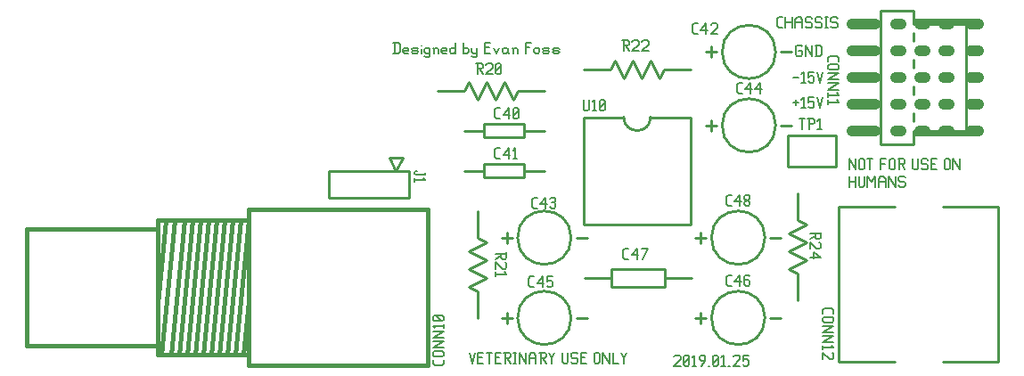
<source format=gbr>
G04 start of page 7 for group 1 layer_idx 6 *
G04 Title: (unknown), top_silk *
G04 Creator: pcb-rnd 2.1.0 *
G04 CreationDate: 2019-02-14 18:17:35 UTC *
G04 For:  *
G04 Format: Gerber/RS-274X *
G04 PCB-Dimensions: 500000 500000 *
G04 PCB-Coordinate-Origin: lower left *
%MOIN*%
%FSLAX25Y25*%
%LNTOPSILK*%
%ADD51C,0.0070*%
%ADD50C,0.0400*%
%ADD49C,0.0150*%
%ADD48C,0.0100*%
G54D48*X167500Y267500D02*X169166Y270833D01*
X172500Y264167D01*
X174166Y267500D01*
X175833Y270833D01*
X179166Y264167D01*
X180833Y267500D01*
X187500D02*X197500D01*
X180833D02*X182500Y270833D01*
X185833Y264167D01*
X187500Y267500D01*
X212222Y257572D02*X227222D01*
X212116Y275404D02*X222116D01*
X167500Y237500D02*X175000D01*
X190000D02*X197500D01*
X175000Y240000D02*Y235000D01*
Y240000D02*X190000D01*
Y235000D02*X175000D01*
X190000D02*Y240000D01*
X212222Y257572D02*Y217572D01*
X209500Y212500D02*X213500D01*
X181500D02*X185500D01*
X183500Y214500D02*Y210500D01*
X190000Y252500D02*X197500D01*
X190000Y250000D02*Y255000D01*
X167500Y252500D02*X175000D01*
Y255000D02*Y250000D01*
X172500Y222500D02*Y212500D01*
X175833Y210834D01*
X175000Y255000D02*X190000D01*
Y250000D02*X175000D01*
X181500Y182500D02*X185500D01*
G54D49*X3781Y172096D02*X52781D01*
G54D48*X183500Y184500D02*Y180500D01*
G54D49*X52781Y168646D02*Y219146D01*
X54281Y168646D02*X59281Y219146D01*
X57781Y168646D02*X62781Y219146D01*
X55781D02*X52781Y187846D01*
Y219146D02*X86781D01*
X60781Y168646D02*X65781Y219146D01*
X63781Y168646D02*X68781Y219146D01*
X66781Y168646D02*X71781Y219146D01*
X81781Y168646D02*X86781Y219146D01*
X84781Y168646D02*X86781Y188846D01*
X75781Y168646D02*X80781Y219146D01*
X78781Y168646D02*X83781Y219146D01*
X86781Y164846D02*Y222946D01*
X69781Y168646D02*X74781Y219146D01*
X72781Y168646D02*X77781Y219146D01*
X86781Y222946D02*X153781D01*
X52781Y168646D02*X86781D01*
G54D48*X147000Y237500D02*X117000D01*
X147000D02*Y227500D01*
X117000D02*Y237500D01*
Y227500D02*X147000D01*
X172500Y192500D02*Y182500D01*
G54D49*X86781Y164846D02*X153781D01*
Y222946D02*Y164846D01*
G54D48*X142000Y237500D02*X144500Y242500D01*
X142000Y237500D02*X139500Y242500D01*
X144500D02*X139500D01*
G54D49*X3781Y172096D02*Y215696D01*
X52781D01*
G54D48*X175833Y210834D02*X169167Y207500D01*
X172500Y205834D01*
X175833Y204167D01*
X169167Y200834D01*
X172500Y199167D01*
X175833Y197500D01*
X169167Y194167D01*
X172500Y192500D01*
X237222Y257572D02*X252222D01*
X242116Y275404D02*X252116D01*
X227116Y272071D02*X228782Y275404D01*
X233782Y272071D02*X235449Y275404D01*
X240449Y272071D02*X242116Y275404D01*
X288544Y250807D02*X306456D01*
Y239193D01*
X288544D01*
Y250807D01*
X286000Y254500D02*X290000D01*
X258000D02*X262000D01*
X260000Y256500D02*Y252500D01*
X252222Y217572D02*X212222D01*
X252222D02*Y257572D01*
X307650Y224000D02*X328500D01*
X292335Y219024D02*X295668Y217358D01*
X289002Y214024D01*
X292335Y212358D01*
X295668Y210691D01*
X289002Y207358D01*
X292335Y205691D01*
X295668Y204024D01*
X289002Y200691D01*
X282000Y182500D02*X286000D01*
X307650Y224000D02*Y166000D01*
X292335Y199024D02*Y189024D01*
X289002Y200691D02*X292335Y199024D01*
X307650Y166000D02*X328500D01*
X367350D02*Y224000D01*
X346500D01*
X367350Y166000D02*X346500D01*
X366516D03*
X292335Y229024D02*Y219024D01*
X212500Y197500D02*X222500D01*
Y200833D02*Y194167D01*
Y200833D02*X242500D01*
Y194167D02*X222500D01*
X242500D02*Y200833D01*
X254000Y182500D02*X258000D01*
X242500Y197500D02*X252500D01*
X209500Y182500D02*X213500D01*
X256000Y184500D02*Y180500D01*
Y214500D02*Y210500D01*
X282000Y212500D02*X286000D01*
X254000D02*X258000D01*
X222116Y275404D02*X223782Y278737D01*
X157500Y267500D02*X167500D01*
X223782Y278737D02*X227116Y272071D01*
X228782Y275404D02*X230449Y278737D01*
X258000Y282000D02*X262000D01*
X260000Y284000D02*Y280000D01*
X323100Y297500D02*X335600D01*
Y292500D01*
Y286000D02*Y289000D01*
G54D50*X331000Y292500D02*X328800D01*
G54D48*X335600D02*X355300D01*
G54D50*X349000Y282500D02*X346800D01*
X349000Y292500D02*X346800D01*
X340000Y282500D02*X337800D01*
X340000Y292500D02*X337800D01*
X331000Y282500D02*X328800D01*
G54D49*X357000Y293750D02*X335900D01*
G54D50*X321100Y292500D02*X312600D01*
G54D48*X286000Y282000D02*X290000D01*
G54D50*X321100Y282500D02*X312600D01*
X321100Y272500D02*X312600D01*
X321100Y262500D02*X312600D01*
X321100Y252500D02*X312600D01*
G54D48*X355300Y279000D02*Y292500D01*
X335600Y266000D02*Y269000D01*
Y276000D02*Y279000D01*
G54D50*X349000Y272500D02*X346800D01*
X340000D02*X337800D01*
G54D48*X355300Y252500D02*Y292500D01*
X335600Y247500D02*X323100D01*
X335600D02*Y252500D01*
Y256000D02*Y259000D01*
G54D50*X331000Y252500D02*X328800D01*
G54D48*X355300D02*X335600D01*
G54D50*X349000D02*X346800D01*
X340000D02*X337800D01*
G54D49*X357300Y251250D02*X335900D01*
G54D50*X349000Y262500D02*X346800D01*
X331000Y272500D02*X328800D01*
G54D48*X323100Y297500D02*Y247500D01*
G54D50*X331000Y262500D02*X328800D01*
X340000D02*X337800D01*
X356800Y282500D02*X360000D01*
X356800Y292500D02*X360000D01*
X356800Y272500D02*X360000D01*
X356800Y262500D02*X360000D01*
X356800Y252500D02*X360000D01*
G54D48*X230449Y278737D02*X233782Y272071D01*
X235449Y275404D02*X237116Y278737D01*
X240449Y272071D01*
X227222Y257572D02*G75*G03X237222Y257572I5000J0D01*G01*
X187500Y212500D02*G75*G03X207500Y212500I10000J0D01*G01*
G75*G03X187500Y212500I-10000J0D01*G01*
X264000Y254500D02*G75*G03X284000Y254500I10000J0D01*G01*
G75*G03X264000Y254500I-10000J0D01*G01*
Y282000D02*G75*G03X284000Y282000I10000J0D01*G01*
G75*G03X264000Y282000I-10000J0D01*G01*
X260000Y182500D02*G75*G03X280000Y182500I10000J0D01*G01*
G75*G03X260000Y182500I-10000J0D01*G01*
Y212500D02*G75*G03X280000Y212500I10000J0D01*G01*
G75*G03X260000Y212500I-10000J0D01*G01*
X187500Y182500D02*G75*G03X207500Y182500I10000J0D01*G01*
G75*G03X187500Y182500I-10000J0D01*G01*
G54D51*X293500Y284500D02*X294000Y284000D01*
X292000Y284500D02*X293500D01*
X291500Y284000D02*X292000Y284500D01*
X291500Y284000D02*Y281000D01*
X292000Y280500D01*
X293500D01*
X294000Y281000D01*
Y282000D02*Y281000D01*
X293500Y282500D02*X294000Y282000D01*
X292500Y282500D02*X293500D01*
X295200Y284500D02*Y280500D01*
Y284500D02*X297700Y280500D01*
Y284500D02*Y280500D01*
X299400Y284500D02*Y280500D01*
X300700Y284500D02*X301400Y283800D01*
Y281200D01*
X300700Y280500D02*X301400Y281200D01*
X298900Y280500D02*X300700D01*
X298900Y284500D02*X300700D01*
X290500Y263000D02*X292500D01*
X291500Y264000D02*Y262000D01*
X293700Y264200D02*X294500Y265000D01*
Y261000D01*
X293700D02*X295200D01*
X296400Y265000D02*X298400D01*
X296400D02*Y263000D01*
X296900Y263500D01*
X297900D01*
X298400Y263000D01*
Y261500D01*
X297900Y261000D02*X298400Y261500D01*
X296900Y261000D02*X297900D01*
X296400Y261500D02*X296900Y261000D01*
X299600Y265000D02*X300600Y261000D01*
X301600Y265000D01*
X290500Y272500D02*X292500D01*
X293700Y273700D02*X294500Y274500D01*
Y270500D01*
X293700D02*X295200D01*
X296400Y274500D02*X298400D01*
X296400D02*Y272500D01*
X296900Y273000D01*
X297900D01*
X298400Y272500D01*
Y271000D01*
X297900Y270500D02*X298400Y271000D01*
X296900Y270500D02*X297900D01*
X296400Y271000D02*X296900Y270500D01*
X299600Y274500D02*X300600Y270500D01*
X301600Y274500D01*
X303600Y279800D02*Y278500D01*
X304300Y280500D02*X303600Y279800D01*
X306900Y280500D02*X304300D01*
X306900D02*X307600Y279800D01*
Y278500D01*
X307100Y277300D02*X304100D01*
X307100D02*X307600Y276800D01*
Y275800D01*
X307100Y275300D01*
X304100D01*
X303600Y275800D02*X304100Y275300D01*
X303600Y276800D02*Y275800D01*
X304100Y277300D02*X303600Y276800D01*
X307600Y274100D02*X303600D01*
X307600D02*X303600Y271600D01*
X307600D02*X303600D01*
X307600Y270400D02*X303600D01*
X307600D02*X303600Y267900D01*
X307600D02*X303600D01*
X306800Y266700D02*X307600Y265900D01*
X303600D01*
Y266700D02*Y265200D01*
X306800Y264000D02*X307600Y263200D01*
X303600D01*
Y264000D02*Y262500D01*
X292756Y257012D02*X294756D01*
X293756D02*Y253012D01*
X296457Y257012D02*Y253012D01*
X295957Y257012D02*X297957D01*
X298457Y256512D01*
Y255512D01*
X297957Y255012D02*X298457Y255512D01*
X296457Y255012D02*X297957D01*
X299657Y256212D02*X300457Y257012D01*
Y253012D01*
X299657D02*X301157D01*
X270200Y266500D02*X271500D01*
X269500Y267200D02*X270200Y266500D01*
X269500Y269800D02*Y267200D01*
Y269800D02*X270200Y270500D01*
X271500D01*
X272700Y268000D02*X274700Y270500D01*
X272700Y268000D02*X275200D01*
X274700Y270500D02*Y266500D01*
X276400Y268000D02*X278400Y270500D01*
X276400Y268000D02*X278900D01*
X278400Y270500D02*Y266500D01*
X266200Y224500D02*X267500D01*
X265500Y225200D02*X266200Y224500D01*
X265500Y227800D02*Y225200D01*
Y227800D02*X266200Y228500D01*
X267500D01*
X268700Y226000D02*X270700Y228500D01*
X268700Y226000D02*X271200D01*
X270700Y228500D02*Y224500D01*
X272400Y225000D02*X272900Y224500D01*
X272400Y225800D02*Y225000D01*
Y225800D02*X273100Y226500D01*
X273700D01*
X274400Y225800D01*
Y225000D01*
X273900Y224500D02*X274400Y225000D01*
X272900Y224500D02*X273900D01*
X272400Y227200D02*X273100Y226500D01*
X272400Y228000D02*Y227200D01*
Y228000D02*X272900Y228500D01*
X273900D01*
X274400Y228000D01*
Y227200D01*
X273700Y226500D02*X274400Y227200D01*
X311500Y242000D02*Y238000D01*
Y242000D02*X314000Y238000D01*
Y242000D02*Y238000D01*
X315200Y241500D02*Y238500D01*
Y241500D02*X315700Y242000D01*
X316700D01*
X317200Y241500D01*
Y238500D01*
X316700Y238000D02*X317200Y238500D01*
X315700Y238000D02*X316700D01*
X315200Y238500D02*X315700Y238000D01*
X318400Y242000D02*X320400D01*
X319400D02*Y238000D01*
X323400Y242000D02*Y238000D01*
Y242000D02*X325400D01*
X323400Y240200D02*X324900D01*
X326600Y241500D02*Y238500D01*
Y241500D02*X327100Y242000D01*
X328100D01*
X328600Y241500D01*
Y238500D01*
X328100Y238000D02*X328600Y238500D01*
X327100Y238000D02*X328100D01*
X326600Y238500D02*X327100Y238000D01*
X329800Y242000D02*X331800D01*
X332300Y241500D01*
Y240500D01*
X331800Y240000D02*X332300Y240500D01*
X330300Y240000D02*X331800D01*
X330300Y242000D02*Y238000D01*
X331100Y240000D02*X332300Y238000D01*
X335300Y242000D02*Y238500D01*
X335800Y238000D01*
X336800D01*
X337300Y238500D01*
Y242000D02*Y238500D01*
X340500Y242000D02*X341000Y241500D01*
X339000Y242000D02*X340500D01*
X338500Y241500D02*X339000Y242000D01*
X338500Y241500D02*Y240500D01*
X339000Y240000D01*
X340500D01*
X341000Y239500D01*
Y238500D01*
X340500Y238000D02*X341000Y238500D01*
X339000Y238000D02*X340500D01*
X338500Y238500D02*X339000Y238000D01*
X342200Y240200D02*X343700D01*
X342200Y238000D02*X344200D01*
X342200Y242000D02*Y238000D01*
Y242000D02*X344200D01*
X347200Y241500D02*Y238500D01*
Y241500D02*X347700Y242000D01*
X348700D01*
X349200Y241500D01*
Y238500D01*
X348700Y238000D02*X349200Y238500D01*
X347700Y238000D02*X348700D01*
X347200Y238500D02*X347700Y238000D01*
X350400Y242000D02*Y238000D01*
Y242000D02*X352900Y238000D01*
Y242000D02*Y238000D01*
X311500Y235500D02*Y231500D01*
X314000Y235500D02*Y231500D01*
X311500Y233500D02*X314000D01*
X315200Y235500D02*Y232000D01*
X315700Y231500D01*
X316700D01*
X317200Y232000D01*
Y235500D02*Y232000D01*
X318400Y235500D02*Y231500D01*
Y235500D02*X319900Y233500D01*
X321400Y235500D01*
Y231500D01*
X322600Y234500D02*Y231500D01*
Y234500D02*X323300Y235500D01*
X324400D01*
X325100Y234500D01*
Y231500D01*
X322600Y233500D02*X325100D01*
X326300Y235500D02*Y231500D01*
Y235500D02*X328800Y231500D01*
Y235500D02*Y231500D01*
X332000Y235500D02*X332500Y235000D01*
X330500Y235500D02*X332000D01*
X330000Y235000D02*X330500Y235500D01*
X330000Y235000D02*Y234000D01*
X330500Y233500D01*
X332000D01*
X332500Y233000D01*
Y232000D01*
X332000Y231500D02*X332500Y232000D01*
X330500Y231500D02*X332000D01*
X330000Y232000D02*X330500Y231500D01*
X169500Y169500D02*X170500Y165500D01*
X171500Y169500D01*
X172700Y167700D02*X174200D01*
X172700Y165500D02*X174700D01*
X172700Y169500D02*Y165500D01*
Y169500D02*X174700D01*
X175900D02*X177900D01*
X176900D02*Y165500D01*
X179100Y167700D02*X180600D01*
X179100Y165500D02*X181100D01*
X179100Y169500D02*Y165500D01*
Y169500D02*X181100D01*
X182300D02*X184300D01*
X184800Y169000D01*
Y168000D01*
X184300Y167500D02*X184800Y168000D01*
X182800Y167500D02*X184300D01*
X182800Y169500D02*Y165500D01*
X183600Y167500D02*X184800Y165500D01*
X186000Y169500D02*X187000D01*
X186500D02*Y165500D01*
X186000D02*X187000D01*
X188200Y169500D02*Y165500D01*
Y169500D02*X190700Y165500D01*
Y169500D02*Y165500D01*
X191900Y168500D02*Y165500D01*
Y168500D02*X192600Y169500D01*
X193700D01*
X194400Y168500D01*
Y165500D01*
X191900Y167500D02*X194400D01*
X195600Y169500D02*X197600D01*
X198100Y169000D01*
Y168000D01*
X197600Y167500D02*X198100Y168000D01*
X196100Y167500D02*X197600D01*
X196100Y169500D02*Y165500D01*
X196900Y167500D02*X198100Y165500D01*
X199300Y169500D02*X200300Y167500D01*
X201300Y169500D01*
X200300Y167500D02*Y165500D01*
X204300Y169500D02*Y166000D01*
X204800Y165500D01*
X205800D01*
X206300Y166000D01*
Y169500D02*Y166000D01*
X209500Y169500D02*X210000Y169000D01*
X208000Y169500D02*X209500D01*
X207500Y169000D02*X208000Y169500D01*
X207500Y169000D02*Y168000D01*
X208000Y167500D01*
X209500D01*
X210000Y167000D01*
Y166000D01*
X209500Y165500D02*X210000Y166000D01*
X208000Y165500D02*X209500D01*
X207500Y166000D02*X208000Y165500D01*
X211200Y167700D02*X212700D01*
X211200Y165500D02*X213200D01*
X211200Y169500D02*Y165500D01*
Y169500D02*X213200D01*
X216200Y169000D02*Y166000D01*
Y169000D02*X216700Y169500D01*
X217700D01*
X218200Y169000D01*
Y166000D01*
X217700Y165500D02*X218200Y166000D01*
X216700Y165500D02*X217700D01*
X216200Y166000D02*X216700Y165500D01*
X219400Y169500D02*Y165500D01*
Y169500D02*X221900Y165500D01*
Y169500D02*Y165500D01*
X223100Y169500D02*Y165500D01*
X225100D01*
X226300Y169500D02*X227300Y167500D01*
X228300Y169500D01*
X227300Y167500D02*Y165500D01*
X192374Y193921D02*X193674D01*
X191674Y194621D02*X192374Y193921D01*
X191674Y197221D02*Y194621D01*
Y197221D02*X192374Y197921D01*
X193674D01*
X194874Y195421D02*X196874Y197921D01*
X194874Y195421D02*X197374D01*
X196874Y197921D02*Y193921D01*
X198574Y197921D02*X200574D01*
X198574D02*Y195921D01*
X199074Y196421D01*
X200074D01*
X200574Y195921D01*
Y194421D01*
X200074Y193921D02*X200574Y194421D01*
X199074Y193921D02*X200074D01*
X198574Y194421D02*X199074Y193921D01*
X183406Y206988D02*Y204988D01*
X182906Y204488D01*
X181906D01*
X181406Y204988D02*X181906Y204488D01*
X181406Y206488D02*Y204988D01*
X183406Y206488D02*X179406D01*
X181406Y205688D02*X179406Y204488D01*
X182906Y203288D02*X183406Y202788D01*
Y201288D01*
X182906Y200788D01*
X181906D01*
X179406Y203288D02*X181906Y200788D01*
X179406Y203288D02*Y200788D01*
X182606Y199588D02*X183406Y198788D01*
X179406D01*
Y199588D02*Y198088D01*
X246000Y168000D02*X246500Y168500D01*
X248000D01*
X248500Y168000D01*
Y167000D01*
X246000Y164500D02*X248500Y167000D01*
X246000Y164500D02*X248500D01*
X249700Y165000D02*X250200Y164500D01*
X249700Y168000D02*Y165000D01*
Y168000D02*X250200Y168500D01*
X251200D01*
X251700Y168000D01*
Y165000D01*
X251200Y164500D02*X251700Y165000D01*
X250200Y164500D02*X251200D01*
X249700Y165500D02*X251700Y167500D01*
X252900Y167700D02*X253700Y168500D01*
Y164500D01*
X252900D02*X254400D01*
X256100D02*X257600Y166500D01*
Y168000D02*Y166500D01*
X257100Y168500D02*X257600Y168000D01*
X256100Y168500D02*X257100D01*
X255600Y168000D02*X256100Y168500D01*
X255600Y168000D02*Y167000D01*
X256100Y166500D01*
X257600D01*
X258800Y164500D02*X259300D01*
X260500Y165000D02*X261000Y164500D01*
X260500Y168000D02*Y165000D01*
Y168000D02*X261000Y168500D01*
X262000D01*
X262500Y168000D01*
Y165000D01*
X262000Y164500D02*X262500Y165000D01*
X261000Y164500D02*X262000D01*
X260500Y165500D02*X262500Y167500D01*
X263700Y167700D02*X264500Y168500D01*
Y164500D01*
X263700D02*X265200D01*
X266400D02*X266900D01*
X268100Y168000D02*X268600Y168500D01*
X270100D01*
X270600Y168000D01*
Y167000D01*
X268100Y164500D02*X270600Y167000D01*
X268100Y164500D02*X270600D01*
X271800Y168500D02*X273800D01*
X271800D02*Y166500D01*
X272300Y167000D01*
X273300D01*
X273800Y166500D01*
Y165000D01*
X273300Y164500D02*X273800Y165000D01*
X272300Y164500D02*X273300D01*
X271800Y165000D02*X272300Y164500D01*
X266200Y194500D02*X267500D01*
X265500Y195200D02*X266200Y194500D01*
X265500Y197800D02*Y195200D01*
Y197800D02*X266200Y198500D01*
X267500D01*
X268700Y196000D02*X270700Y198500D01*
X268700Y196000D02*X271200D01*
X270700Y198500D02*Y194500D01*
X273900Y198500D02*X274400Y198000D01*
X272900Y198500D02*X273900D01*
X272400Y198000D02*X272900Y198500D01*
X272400Y198000D02*Y195000D01*
X272900Y194500D01*
X273900Y196700D02*X274400Y196200D01*
X272400Y196700D02*X273900D01*
X272900Y194500D02*X273900D01*
X274400Y195000D01*
Y196200D02*Y195000D01*
X301690Y185263D02*Y183963D01*
X302390Y185963D02*X301690Y185263D01*
X304990Y185963D02*X302390D01*
X304990D02*X305690Y185263D01*
Y183963D01*
X305190Y182763D02*X302190D01*
X305190D02*X305690Y182263D01*
Y181263D01*
X305190Y180763D01*
X302190D01*
X301690Y181263D02*X302190Y180763D01*
X301690Y182263D02*Y181263D01*
X302190Y182763D02*X301690Y182263D01*
X305690Y179563D02*X301690D01*
X305690D02*X301690Y177063D01*
X305690D02*X301690D01*
X305690Y175863D02*X301690D01*
X305690D02*X301690Y173363D01*
X305690D02*X301690D01*
X304890Y172163D02*X305690Y171363D01*
X301690D01*
Y172163D02*Y170663D01*
X305190Y169463D02*X305690Y168963D01*
Y167463D01*
X305190Y166963D01*
X304190D01*
X301690Y169463D02*X304190Y166963D01*
X301690Y169463D02*Y166963D01*
X300835Y214524D02*Y212524D01*
X300335Y212024D01*
X299335D01*
X298835Y212524D02*X299335Y212024D01*
X298835Y214024D02*Y212524D01*
X300835Y214024D02*X296835D01*
X298835Y213224D02*X296835Y212024D01*
X300335Y210824D02*X300835Y210324D01*
Y208824D01*
X300335Y208324D01*
X299335D01*
X296835Y210824D02*X299335Y208324D01*
X296835Y210824D02*Y208324D01*
X298335Y207124D02*X300835Y205124D01*
X298335Y207124D02*Y204624D01*
X300835Y205124D02*X296835D01*
X159781Y165546D02*Y166846D01*
X159081Y164846D02*X159781Y165546D01*
X156481Y164846D02*X159081D01*
X156481D02*X155781Y165546D01*
Y166846D01*
X156281Y168046D02*X159281D01*
X156281D02*X155781Y168546D01*
Y169546D01*
X156281Y170046D01*
X159281D01*
X159781Y169546D02*X159281Y170046D01*
X159781Y168546D02*Y169546D01*
X159281Y168046D02*X159781Y168546D01*
X155781Y171246D02*X159781D01*
X155781D02*X159781Y173746D01*
X155781D02*X159781D01*
X155781Y174946D02*X159781D01*
X155781D02*X159781Y177446D01*
X155781D02*X159781D01*
X156581Y178646D02*X155781Y179446D01*
X159781D01*
Y178646D02*Y180146D01*
X159281Y181346D02*X159781Y181846D01*
X156281Y181346D02*X159281D01*
X156281D02*X155781Y181846D01*
Y182846D01*
X156281Y183346D01*
X159281D01*
X159781Y182846D02*X159281Y183346D01*
X159781Y181846D02*Y182846D01*
X158781Y181346D02*X156781Y183346D01*
X141500Y285500D02*Y281500D01*
X142800Y285500D02*X143500Y284800D01*
Y282200D01*
X142800Y281500D02*X143500Y282200D01*
X141000Y281500D02*X142800D01*
X141000Y285500D02*X142800D01*
X145200Y281500D02*X146700D01*
X144700Y282000D02*X145200Y281500D01*
X144700Y283000D02*Y282000D01*
Y283000D02*X145200Y283500D01*
X146200D01*
X146700Y283000D01*
X144700Y282500D02*X146700D01*
Y283000D01*
X148400Y281500D02*X149900D01*
X150400Y282000D01*
X149900Y282500D02*X150400Y282000D01*
X148400Y282500D02*X149900D01*
X147900Y283000D02*X148400Y282500D01*
X147900Y283000D02*X148400Y283500D01*
X149900D01*
X150400Y283000D01*
X147900Y282000D02*X148400Y281500D01*
X151600Y284500D02*Y284400D01*
Y283000D02*Y281500D01*
X154100Y283500D02*X154600Y283000D01*
X153100Y283500D02*X154100D01*
X152600Y283000D02*X153100Y283500D01*
X152600Y283000D02*Y282000D01*
X153100Y281500D01*
X154100D01*
X154600Y282000D01*
X152600Y280500D02*X153100Y280000D01*
X154100D01*
X154600Y280500D01*
Y283500D02*Y280500D01*
X156300Y283000D02*Y281500D01*
Y283000D02*X156800Y283500D01*
X157300D01*
X157800Y283000D01*
Y281500D01*
X155800Y283500D02*X156300Y283000D01*
X159500Y281500D02*X161000D01*
X159000Y282000D02*X159500Y281500D01*
X159000Y283000D02*Y282000D01*
Y283000D02*X159500Y283500D01*
X160500D01*
X161000Y283000D01*
X159000Y282500D02*X161000D01*
Y283000D01*
X164200Y285500D02*Y281500D01*
X163700D02*X164200Y282000D01*
X162700Y281500D02*X163700D01*
X162200Y282000D02*X162700Y281500D01*
X162200Y283000D02*Y282000D01*
Y283000D02*X162700Y283500D01*
X163700D01*
X164200Y283000D01*
X167200Y285500D02*Y281500D01*
Y282000D02*X167700Y281500D01*
X168700D01*
X169200Y282000D01*
Y283000D02*Y282000D01*
X168700Y283500D02*X169200Y283000D01*
X167700Y283500D02*X168700D01*
X167200Y283000D02*X167700Y283500D01*
X170400D02*Y282000D01*
X170900Y281500D01*
X172400Y283500D02*Y280500D01*
X171900Y280000D02*X172400Y280500D01*
X170900Y280000D02*X171900D01*
X170400Y280500D02*X170900Y280000D01*
Y281500D02*X171900D01*
X172400Y282000D01*
X175400Y283700D02*X176900D01*
X175400Y281500D02*X177400D01*
X175400Y285500D02*Y281500D01*
Y285500D02*X177400D01*
X178600Y283500D02*X179600Y281500D01*
X180600Y283500D02*X179600Y281500D01*
X183300Y283500D02*X183800Y283000D01*
X182300Y283500D02*X183300D01*
X181800Y283000D02*X182300Y283500D01*
X181800Y283000D02*Y282000D01*
X182300Y281500D01*
X183800Y283500D02*Y282000D01*
X184300Y281500D01*
X182300D02*X183300D01*
X183800Y282000D01*
X186000Y283000D02*Y281500D01*
Y283000D02*X186500Y283500D01*
X187000D01*
X187500Y283000D01*
Y281500D01*
X185500Y283500D02*X186000Y283000D01*
X190500Y285500D02*Y281500D01*
Y285500D02*X192500D01*
X190500Y283700D02*X192000D01*
X193700Y283000D02*Y282000D01*
Y283000D02*X194200Y283500D01*
X195200D01*
X195700Y283000D01*
Y282000D01*
X195200Y281500D02*X195700Y282000D01*
X194200Y281500D02*X195200D01*
X193700Y282000D02*X194200Y281500D01*
X197400D02*X198900D01*
X199400Y282000D01*
X198900Y282500D02*X199400Y282000D01*
X197400Y282500D02*X198900D01*
X196900Y283000D02*X197400Y282500D01*
X196900Y283000D02*X197400Y283500D01*
X198900D01*
X199400Y283000D01*
X196900Y282000D02*X197400Y281500D01*
X201100D02*X202600D01*
X203100Y282000D01*
X202600Y282500D02*X203100Y282000D01*
X201100Y282500D02*X202600D01*
X200600Y283000D02*X201100Y282500D01*
X200600Y283000D02*X201100Y283500D01*
X202600D01*
X203100Y283000D01*
X200600Y282000D02*X201100Y281500D01*
X172000Y277667D02*X174000D01*
X174500Y277167D01*
Y276167D01*
X174000Y275667D02*X174500Y276167D01*
X172500Y275667D02*X174000D01*
X172500Y277667D02*Y273667D01*
X173300Y275667D02*X174500Y273667D01*
X175700Y277167D02*X176200Y277667D01*
X177700D01*
X178200Y277167D01*
Y276167D01*
X175700Y273667D02*X178200Y276167D01*
X175700Y273667D02*X178200D01*
X179400Y274167D02*X179900Y273667D01*
X179400Y277167D02*Y274167D01*
Y277167D02*X179900Y277667D01*
X180900D01*
X181400Y277167D01*
Y274167D01*
X180900Y273667D02*X181400Y274167D01*
X179900Y273667D02*X180900D01*
X179400Y274667D02*X181400Y276667D01*
X285200Y291000D02*X286500D01*
X284500Y291700D02*X285200Y291000D01*
X284500Y294300D02*Y291700D01*
Y294300D02*X285200Y295000D01*
X286500D01*
X287700D02*Y291000D01*
X290200Y295000D02*Y291000D01*
X287700Y293000D02*X290200D01*
X291400Y294000D02*Y291000D01*
Y294000D02*X292100Y295000D01*
X293200D01*
X293900Y294000D01*
Y291000D01*
X291400Y293000D02*X293900D01*
X297100Y295000D02*X297600Y294500D01*
X295600Y295000D02*X297100D01*
X295100Y294500D02*X295600Y295000D01*
X295100Y294500D02*Y293500D01*
X295600Y293000D01*
X297100D01*
X297600Y292500D01*
Y291500D01*
X297100Y291000D02*X297600Y291500D01*
X295600Y291000D02*X297100D01*
X295100Y291500D02*X295600Y291000D01*
X300800Y295000D02*X301300Y294500D01*
X299300Y295000D02*X300800D01*
X298800Y294500D02*X299300Y295000D01*
X298800Y294500D02*Y293500D01*
X299300Y293000D01*
X300800D01*
X301300Y292500D01*
Y291500D01*
X300800Y291000D02*X301300Y291500D01*
X299300Y291000D02*X300800D01*
X298800Y291500D02*X299300Y291000D01*
X302500Y295000D02*X303500D01*
X303000D02*Y291000D01*
X302500D02*X303500D01*
X306700Y295000D02*X307200Y294500D01*
X305200Y295000D02*X306700D01*
X304700Y294500D02*X305200Y295000D01*
X304700Y294500D02*Y293500D01*
X305200Y293000D01*
X306700D01*
X307200Y292500D01*
Y291500D01*
X306700Y291000D02*X307200Y291500D01*
X305200Y291000D02*X306700D01*
X304700Y291500D02*X305200Y291000D01*
X253557Y288668D02*X254857D01*
X252857Y289368D02*X253557Y288668D01*
X252857Y291968D02*Y289368D01*
Y291968D02*X253557Y292668D01*
X254857D01*
X256057Y290168D02*X258057Y292668D01*
X256057Y290168D02*X258557D01*
X258057Y292668D02*Y288668D01*
X259757Y292168D02*X260257Y292668D01*
X261757D01*
X262257Y292168D01*
Y291168D01*
X259757Y288668D02*X262257Y291168D01*
X259757Y288668D02*X262257D01*
X212222Y264072D02*Y260572D01*
X212722Y260072D01*
X213722D01*
X214222Y260572D01*
Y264072D02*Y260572D01*
X215422Y263272D02*X216222Y264072D01*
Y260072D01*
X215422D02*X216922D01*
X218122Y260572D02*X218622Y260072D01*
X218122Y263572D02*Y260572D01*
Y263572D02*X218622Y264072D01*
X219622D01*
X220122Y263572D01*
Y260572D01*
X219622Y260072D02*X220122Y260572D01*
X218622Y260072D02*X219622D01*
X218122Y261072D02*X220122Y263072D01*
X193541Y223484D02*X194841D01*
X192841Y224184D02*X193541Y223484D01*
X192841Y226784D02*Y224184D01*
Y226784D02*X193541Y227484D01*
X194841D01*
X196041Y224984D02*X198041Y227484D01*
X196041Y224984D02*X198541D01*
X198041Y227484D02*Y223484D01*
X199741Y226984D02*X200241Y227484D01*
X201241D01*
X201741Y226984D01*
X201241Y223484D02*X201741Y223984D01*
X200241Y223484D02*X201241D01*
X199741Y223984D02*X200241Y223484D01*
Y225684D02*X201241D01*
X201741Y226984D02*Y226184D01*
Y225184D02*Y223984D01*
Y225184D02*X201241Y225684D01*
X201741Y226184D02*X201241Y225684D01*
X179700Y242000D02*X181000D01*
X179000Y242700D02*X179700Y242000D01*
X179000Y245300D02*Y242700D01*
Y245300D02*X179700Y246000D01*
X181000D01*
X182200Y243500D02*X184200Y246000D01*
X182200Y243500D02*X184700D01*
X184200Y246000D02*Y242000D01*
X185900Y245200D02*X186700Y246000D01*
Y242000D01*
X185900D02*X187400D01*
X179700Y257000D02*X181000D01*
X179000Y257700D02*X179700Y257000D01*
X179000Y260300D02*Y257700D01*
Y260300D02*X179700Y261000D01*
X181000D01*
X182200Y258500D02*X184200Y261000D01*
X182200Y258500D02*X184700D01*
X184200Y261000D02*Y257000D01*
X185900Y257500D02*X186400Y257000D01*
X185900Y260500D02*Y257500D01*
Y260500D02*X186400Y261000D01*
X187400D01*
X187900Y260500D01*
Y257500D01*
X187400Y257000D02*X187900Y257500D01*
X186400Y257000D02*X187400D01*
X185900Y258000D02*X187900Y260000D01*
X153000Y236800D02*Y236000D01*
X149500D01*
X149000Y236500D02*X149500Y236000D01*
X149000Y237000D02*Y236500D01*
X149500Y237500D02*X149000Y237000D01*
X149500Y237500D02*X150000D01*
X152200Y234800D02*X153000Y234000D01*
X149000D01*
Y234800D02*Y233300D01*
X226616Y286404D02*X228616D01*
X229116Y285904D01*
Y284904D01*
X228616Y284404D02*X229116Y284904D01*
X227116Y284404D02*X228616D01*
X227116Y286404D02*Y282404D01*
X227916Y284404D02*X229116Y282404D01*
X230316Y285904D02*X230816Y286404D01*
X232316D01*
X232816Y285904D01*
Y284904D01*
X230316Y282404D02*X232816Y284904D01*
X230316Y282404D02*X232816D01*
X234016Y285904D02*X234516Y286404D01*
X236016D01*
X236516Y285904D01*
Y284904D01*
X234016Y282404D02*X236516Y284904D01*
X234016Y282404D02*X236516D01*
X227700Y204500D02*X229000D01*
X227000Y205200D02*X227700Y204500D01*
X227000Y207800D02*Y205200D01*
Y207800D02*X227700Y208500D01*
X229000D01*
X230200Y206000D02*X232200Y208500D01*
X230200Y206000D02*X232700D01*
X232200Y208500D02*Y204500D01*
X234400D02*X236400Y208500D01*
X233900D02*X236400D01*
M02*

</source>
